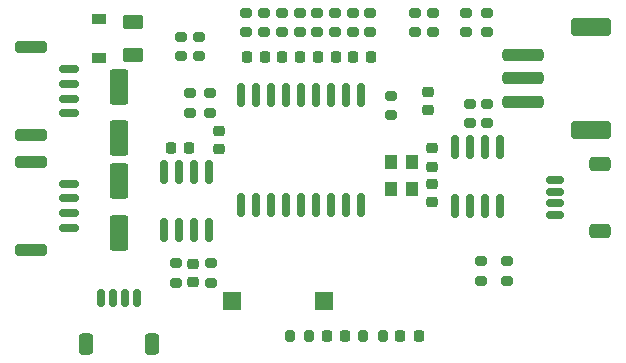
<source format=gtp>
G04 #@! TF.GenerationSoftware,KiCad,Pcbnew,6.0.11-2627ca5db0~126~ubuntu22.04.1*
G04 #@! TF.CreationDate,2023-08-03T02:59:46+02:00*
G04 #@! TF.ProjectId,OpenCyphalPicoBase,4f70656e-4379-4706-9861-6c5069636f42,0.2*
G04 #@! TF.SameCoordinates,Original*
G04 #@! TF.FileFunction,Paste,Top*
G04 #@! TF.FilePolarity,Positive*
%FSLAX46Y46*%
G04 Gerber Fmt 4.6, Leading zero omitted, Abs format (unit mm)*
G04 Created by KiCad (PCBNEW 6.0.11-2627ca5db0~126~ubuntu22.04.1) date 2023-08-03 02:59:46*
%MOMM*%
%LPD*%
G01*
G04 APERTURE LIST*
G04 Aperture macros list*
%AMRoundRect*
0 Rectangle with rounded corners*
0 $1 Rounding radius*
0 $2 $3 $4 $5 $6 $7 $8 $9 X,Y pos of 4 corners*
0 Add a 4 corners polygon primitive as box body*
4,1,4,$2,$3,$4,$5,$6,$7,$8,$9,$2,$3,0*
0 Add four circle primitives for the rounded corners*
1,1,$1+$1,$2,$3*
1,1,$1+$1,$4,$5*
1,1,$1+$1,$6,$7*
1,1,$1+$1,$8,$9*
0 Add four rect primitives between the rounded corners*
20,1,$1+$1,$2,$3,$4,$5,0*
20,1,$1+$1,$4,$5,$6,$7,0*
20,1,$1+$1,$6,$7,$8,$9,0*
20,1,$1+$1,$8,$9,$2,$3,0*%
G04 Aperture macros list end*
%ADD10RoundRect,0.200000X0.275000X-0.200000X0.275000X0.200000X-0.275000X0.200000X-0.275000X-0.200000X0*%
%ADD11RoundRect,0.150000X0.150000X-0.875000X0.150000X0.875000X-0.150000X0.875000X-0.150000X-0.875000X0*%
%ADD12RoundRect,0.225000X-0.250000X0.225000X-0.250000X-0.225000X0.250000X-0.225000X0.250000X0.225000X0*%
%ADD13RoundRect,0.225000X-0.225000X-0.250000X0.225000X-0.250000X0.225000X0.250000X-0.225000X0.250000X0*%
%ADD14RoundRect,0.200000X-0.275000X0.200000X-0.275000X-0.200000X0.275000X-0.200000X0.275000X0.200000X0*%
%ADD15RoundRect,0.150000X0.625000X-0.150000X0.625000X0.150000X-0.625000X0.150000X-0.625000X-0.150000X0*%
%ADD16RoundRect,0.250000X0.650000X-0.350000X0.650000X0.350000X-0.650000X0.350000X-0.650000X-0.350000X0*%
%ADD17RoundRect,0.150000X-0.150000X-0.625000X0.150000X-0.625000X0.150000X0.625000X-0.150000X0.625000X0*%
%ADD18RoundRect,0.250000X-0.350000X-0.650000X0.350000X-0.650000X0.350000X0.650000X-0.350000X0.650000X0*%
%ADD19R,1.200000X0.900000*%
%ADD20RoundRect,0.150000X0.150000X-0.825000X0.150000X0.825000X-0.150000X0.825000X-0.150000X-0.825000X0*%
%ADD21RoundRect,0.150000X-0.700000X0.150000X-0.700000X-0.150000X0.700000X-0.150000X0.700000X0.150000X0*%
%ADD22RoundRect,0.250000X-1.100000X0.250000X-1.100000X-0.250000X1.100000X-0.250000X1.100000X0.250000X0*%
%ADD23RoundRect,0.218750X0.218750X0.256250X-0.218750X0.256250X-0.218750X-0.256250X0.218750X-0.256250X0*%
%ADD24RoundRect,0.200000X-0.200000X-0.275000X0.200000X-0.275000X0.200000X0.275000X-0.200000X0.275000X0*%
%ADD25RoundRect,0.150000X-0.150000X0.825000X-0.150000X-0.825000X0.150000X-0.825000X0.150000X0.825000X0*%
%ADD26R,1.100000X1.300000*%
%ADD27RoundRect,0.225000X0.225000X0.250000X-0.225000X0.250000X-0.225000X-0.250000X0.225000X-0.250000X0*%
%ADD28R,1.500000X1.500000*%
%ADD29RoundRect,0.225000X0.250000X-0.225000X0.250000X0.225000X-0.250000X0.225000X-0.250000X-0.225000X0*%
%ADD30RoundRect,0.250000X1.500000X-0.250000X1.500000X0.250000X-1.500000X0.250000X-1.500000X-0.250000X0*%
%ADD31RoundRect,0.250001X1.449999X-0.499999X1.449999X0.499999X-1.449999X0.499999X-1.449999X-0.499999X0*%
%ADD32RoundRect,0.250000X0.625000X-0.375000X0.625000X0.375000X-0.625000X0.375000X-0.625000X-0.375000X0*%
%ADD33RoundRect,0.250000X-0.550000X1.250000X-0.550000X-1.250000X0.550000X-1.250000X0.550000X1.250000X0*%
G04 APERTURE END LIST*
D10*
X79800000Y-89025000D03*
X79800000Y-87375000D03*
D11*
X84120000Y-96850000D03*
X85390000Y-96850000D03*
X86660000Y-96850000D03*
X87930000Y-96850000D03*
X89200000Y-96850000D03*
X90470000Y-96850000D03*
X91740000Y-96850000D03*
X93010000Y-96850000D03*
X94280000Y-96850000D03*
X94280000Y-87550000D03*
X93010000Y-87550000D03*
X91740000Y-87550000D03*
X90470000Y-87550000D03*
X89200000Y-87550000D03*
X87930000Y-87550000D03*
X86660000Y-87550000D03*
X85390000Y-87550000D03*
X84120000Y-87550000D03*
D12*
X82300000Y-90525000D03*
X82300000Y-92075000D03*
D13*
X78225000Y-92000000D03*
X79775000Y-92000000D03*
D14*
X96800000Y-87575000D03*
X96800000Y-89225000D03*
D10*
X81500000Y-89025000D03*
X81500000Y-87375000D03*
D12*
X100000000Y-87225000D03*
X100000000Y-88775000D03*
D15*
X110700000Y-97700000D03*
X110700000Y-96700000D03*
X110700000Y-95700000D03*
X110700000Y-94700000D03*
D16*
X114575000Y-99000000D03*
X114575000Y-93400000D03*
D17*
X72300000Y-104700000D03*
X73300000Y-104700000D03*
X74300000Y-104700000D03*
X75300000Y-104700000D03*
D18*
X71000000Y-108575000D03*
X76600000Y-108575000D03*
D19*
X72100000Y-81050000D03*
X72100000Y-84350000D03*
D20*
X102295000Y-96875000D03*
X103565000Y-96875000D03*
X104835000Y-96875000D03*
X106105000Y-96875000D03*
X106105000Y-91925000D03*
X104835000Y-91925000D03*
X103565000Y-91925000D03*
X102295000Y-91925000D03*
D14*
X103500000Y-88275000D03*
X103500000Y-89925000D03*
X105000000Y-88275000D03*
X105000000Y-89925000D03*
X106700000Y-101575000D03*
X106700000Y-103225000D03*
D10*
X104500000Y-103225000D03*
X104500000Y-101575000D03*
D21*
X69550000Y-95025000D03*
X69550000Y-96275000D03*
X69550000Y-97525000D03*
X69550000Y-98775000D03*
D22*
X66350000Y-93175000D03*
X66350000Y-100625000D03*
D23*
X99187500Y-107900000D03*
X97612500Y-107900000D03*
D24*
X94475000Y-107900000D03*
X96125000Y-107900000D03*
D25*
X81405000Y-94025000D03*
X80135000Y-94025000D03*
X78865000Y-94025000D03*
X77595000Y-94025000D03*
X77595000Y-98975000D03*
X78865000Y-98975000D03*
X80135000Y-98975000D03*
X81405000Y-98975000D03*
D26*
X96800000Y-93150000D03*
X96800000Y-95450000D03*
X98600000Y-95450000D03*
X98600000Y-93150000D03*
D21*
X69550000Y-85325000D03*
X69550000Y-86575000D03*
X69550000Y-87825000D03*
X69550000Y-89075000D03*
D22*
X66350000Y-90925000D03*
X66350000Y-83475000D03*
D12*
X80100000Y-101825000D03*
X80100000Y-103375000D03*
D10*
X78600000Y-103425000D03*
X78600000Y-101775000D03*
D14*
X81600000Y-101775000D03*
X81600000Y-103425000D03*
D24*
X88275000Y-107900000D03*
X89925000Y-107900000D03*
D27*
X86175000Y-84300000D03*
X84625000Y-84300000D03*
X89175000Y-84300000D03*
X87625000Y-84300000D03*
X92175000Y-84300000D03*
X90625000Y-84300000D03*
X95175000Y-84300000D03*
X93625000Y-84300000D03*
D10*
X84600000Y-82225000D03*
X84600000Y-80575000D03*
X90600000Y-82225000D03*
X90600000Y-80575000D03*
X93600000Y-82225000D03*
X93600000Y-80575000D03*
D14*
X89100000Y-80575000D03*
X89100000Y-82225000D03*
X92100000Y-80575000D03*
X92100000Y-82225000D03*
X95100000Y-80575000D03*
X95100000Y-82225000D03*
X98900000Y-80575000D03*
X98900000Y-82225000D03*
X100400000Y-80575000D03*
X100400000Y-82225000D03*
X80600000Y-82575000D03*
X80600000Y-84225000D03*
X79100000Y-82575000D03*
X79100000Y-84225000D03*
X103200000Y-80575000D03*
X103200000Y-82225000D03*
X105000000Y-80575000D03*
X105000000Y-82225000D03*
D28*
X91200000Y-105000000D03*
X83400000Y-105000000D03*
D14*
X86100000Y-80575000D03*
X86100000Y-82225000D03*
D29*
X100300000Y-93575000D03*
X100300000Y-92025000D03*
D10*
X87600000Y-82225000D03*
X87600000Y-80575000D03*
D12*
X100300000Y-95025000D03*
X100300000Y-96575000D03*
D23*
X92987500Y-107900000D03*
X91412500Y-107900000D03*
D30*
X108050000Y-88100000D03*
X108050000Y-86100000D03*
X108050000Y-84100000D03*
D31*
X113800000Y-81750000D03*
X113800000Y-90450000D03*
D32*
X75000000Y-84100000D03*
X75000000Y-81300000D03*
D33*
X73800000Y-94800000D03*
X73800000Y-99200000D03*
X73800000Y-86800000D03*
X73800000Y-91200000D03*
M02*

</source>
